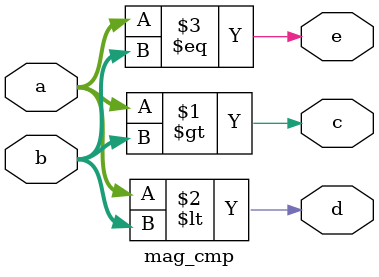
<source format=v>
module mag_cmp(
input [1:0]a,b,
output c,d,e
);
assign c = a>b;
assign d = a<b;
assign e = a==b;
endmodule


</source>
